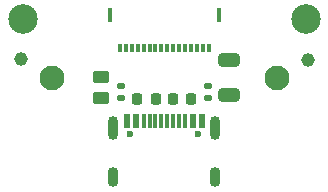
<source format=gts>
%TF.GenerationSoftware,KiCad,Pcbnew,7.0.8*%
%TF.CreationDate,2023-10-15T21:47:16+02:00*%
%TF.ProjectId,usb-board,7573622d-626f-4617-9264-2e6b69636164,rev?*%
%TF.SameCoordinates,Original*%
%TF.FileFunction,Soldermask,Top*%
%TF.FilePolarity,Negative*%
%FSLAX46Y46*%
G04 Gerber Fmt 4.6, Leading zero omitted, Abs format (unit mm)*
G04 Created by KiCad (PCBNEW 7.0.8) date 2023-10-15 21:47:16*
%MOMM*%
%LPD*%
G01*
G04 APERTURE LIST*
G04 Aperture macros list*
%AMRoundRect*
0 Rectangle with rounded corners*
0 $1 Rounding radius*
0 $2 $3 $4 $5 $6 $7 $8 $9 X,Y pos of 4 corners*
0 Add a 4 corners polygon primitive as box body*
4,1,4,$2,$3,$4,$5,$6,$7,$8,$9,$2,$3,0*
0 Add four circle primitives for the rounded corners*
1,1,$1+$1,$2,$3*
1,1,$1+$1,$4,$5*
1,1,$1+$1,$6,$7*
1,1,$1+$1,$8,$9*
0 Add four rect primitives between the rounded corners*
20,1,$1+$1,$2,$3,$4,$5,0*
20,1,$1+$1,$4,$5,$6,$7,0*
20,1,$1+$1,$6,$7,$8,$9,0*
20,1,$1+$1,$8,$9,$2,$3,0*%
G04 Aperture macros list end*
%ADD10RoundRect,0.135000X-0.185000X0.135000X-0.185000X-0.135000X0.185000X-0.135000X0.185000X0.135000X0*%
%ADD11C,2.500000*%
%ADD12RoundRect,0.250000X0.650000X-0.325000X0.650000X0.325000X-0.650000X0.325000X-0.650000X-0.325000X0*%
%ADD13RoundRect,0.250000X-0.450000X0.262500X-0.450000X-0.262500X0.450000X-0.262500X0.450000X0.262500X0*%
%ADD14C,2.100000*%
%ADD15RoundRect,0.218750X0.218750X0.256250X-0.218750X0.256250X-0.218750X-0.256250X0.218750X-0.256250X0*%
%ADD16R,0.300000X0.650000*%
%ADD17R,0.300000X1.150000*%
%ADD18C,1.152000*%
%ADD19RoundRect,0.218750X-0.218750X-0.256250X0.218750X-0.256250X0.218750X0.256250X-0.218750X0.256250X0*%
%ADD20C,0.600000*%
%ADD21R,0.600000X1.160000*%
%ADD22R,0.300000X1.160000*%
%ADD23O,0.900000X2.000000*%
%ADD24O,0.900000X1.700000*%
G04 APERTURE END LIST*
D10*
%TO.C,R2*%
X103700000Y-100690000D03*
X103700000Y-101710000D03*
%TD*%
D11*
%TO.C,H3*%
X88000000Y-95000000D03*
%TD*%
D10*
%TO.C,R1*%
X96300000Y-100690000D03*
X96300000Y-101710000D03*
%TD*%
D12*
%TO.C,C1*%
X105500000Y-101400000D03*
X105500000Y-98450000D03*
%TD*%
D13*
%TO.C,R3*%
X94650000Y-99887500D03*
X94650000Y-101712500D03*
%TD*%
D11*
%TO.C,H4*%
X112000000Y-95000000D03*
%TD*%
D14*
%TO.C,H2*%
X90500000Y-100000000D03*
%TD*%
%TO.C,H1*%
X109500000Y-100000000D03*
%TD*%
D15*
%TO.C,D1*%
X99300000Y-101800000D03*
X97725000Y-101800000D03*
%TD*%
D16*
%TO.C,J3*%
X103750000Y-97425000D03*
X103250000Y-97425000D03*
X102750000Y-97425000D03*
X102250000Y-97425000D03*
X101750000Y-97425000D03*
X101250000Y-97425000D03*
X100750000Y-97425000D03*
X100250000Y-97425000D03*
X99750000Y-97425000D03*
X99250000Y-97425000D03*
X98750000Y-97425000D03*
X98250000Y-97425000D03*
X97750000Y-97425000D03*
X97250000Y-97425000D03*
X96750000Y-97425000D03*
X96250000Y-97425000D03*
D17*
X104635000Y-94615000D03*
X95365000Y-94615000D03*
%TD*%
D18*
%TO.C,H5*%
X112150000Y-98450000D03*
%TD*%
D19*
%TO.C,D2*%
X100700002Y-101800000D03*
X102275002Y-101800000D03*
%TD*%
D20*
%TO.C,J2*%
X97110000Y-104710000D03*
X102890000Y-104710000D03*
D21*
X96800000Y-103650000D03*
X97600000Y-103650000D03*
D22*
X98750000Y-103650000D03*
X99750000Y-103650000D03*
X100250000Y-103650000D03*
X101250000Y-103650000D03*
D21*
X102400000Y-103650000D03*
X103200000Y-103650000D03*
X103200000Y-103650000D03*
X102400000Y-103650000D03*
D22*
X101750000Y-103650000D03*
X100750000Y-103650000D03*
X99250000Y-103650000D03*
X98250000Y-103650000D03*
D21*
X97600000Y-103650000D03*
X96800000Y-103650000D03*
D23*
X95680000Y-104230000D03*
D24*
X95680000Y-108400000D03*
D23*
X104320000Y-104230000D03*
D24*
X104320000Y-108400000D03*
%TD*%
D18*
%TO.C,H6*%
X87900000Y-98400000D03*
%TD*%
M02*

</source>
